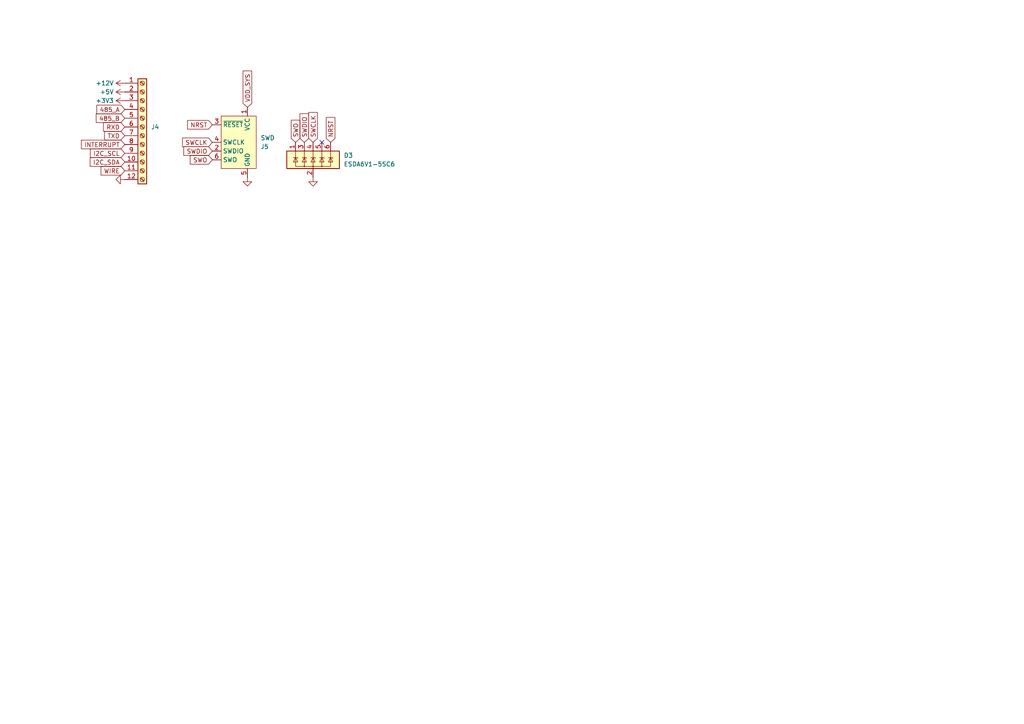
<source format=kicad_sch>
(kicad_sch (version 20230121) (generator eeschema)
  (paper "A4")
  (title_block (title "NPK SENSOR BOARD") (date "2023-07-30") (rev "V1a") (company "SENSEA LABS"))
  (lib_symbols
    (symbol "Connector:Conn_ARM_SWD_TagConnect_TC2030" (in_bom no)
      (property "Reference" "J" (at 2.54 11.43 0))
      (property "Value" "Conn_ARM_SWD_TagConnect_TC2030" (at 5.08 8.89 0))
      (symbol "Conn_ARM_SWD_TagConnect_TC2030_0_0"
        (pin power_in line (at -2.54 10.16 270) (length 2.54) (name "VCC") (number "1"))
        (pin bidirectional line (at 7.62 -2.54 180) (length 2.54) (name "SWDIO") (number "2"))
        (pin open_collector line (at 7.62 5.08 180) (length 2.54) (name "~{RESET}") (number "3"))
        (pin output line (at 7.62 0 180) (length 2.54) (name "SWCLK") (number "4"))
        (pin power_in line (at -2.54 -10.16 90) (length 2.54) (name "GND") (number "5"))
        (pin input line (at 7.62 -5.08 180) (length 2.54) (name "SWO") (number "6"))
      )
      (symbol "Conn_ARM_SWD_TagConnect_TC2030_0_1"
        (rectangle (start -5.08 7.62) (end 5.08 -7.62) (fill (type background)))
      )
    )
    (symbol "Connector:Screw_Terminal_01x12" (pin_names (offset 1.016) hide)
      (property "Reference" "J" (at 0 15.24 0))
      (property "Value" "Screw_Terminal_01x12" (at 0 -17.78 0))
      (symbol "Screw_Terminal_01x12_1_1"
        (rectangle (start -1.27 13.97) (end 1.27 -16.51) (stroke (width 0.254)) (fill (type background)))
        (circle (center 0 -15.24) (radius 0.635) (stroke (width 0.1524)))
        (circle (center 0 -12.7) (radius 0.635) (stroke (width 0.1524)))
        (circle (center 0 -10.16) (radius 0.635) (stroke (width 0.1524)))
        (circle (center 0 -7.62) (radius 0.635) (stroke (width 0.1524)))
        (circle (center 0 -5.08) (radius 0.635) (stroke (width 0.1524)))
        (circle (center 0 -2.54) (radius 0.635) (stroke (width 0.1524)))
        (polyline (pts (xy -0.5334 -14.9098) (xy 0.3302 -15.748)) (stroke (width 0.1524)))
        (polyline (pts (xy -0.5334 -12.3698) (xy 0.3302 -13.208)) (stroke (width 0.1524)))
        (polyline (pts (xy -0.5334 -9.8298) (xy 0.3302 -10.668)) (stroke (width 0.1524)))
        (polyline (pts (xy -0.5334 -7.2898) (xy 0.3302 -8.128)) (stroke (width 0.1524)))
        (polyline (pts (xy -0.5334 -4.7498) (xy 0.3302 -5.588)) (stroke (width 0.1524)))
        (polyline (pts (xy -0.5334 -2.2098) (xy 0.3302 -3.048)) (stroke (width 0.1524)))
        (polyline (pts (xy -0.5334 0.3302) (xy 0.3302 -0.508)) (stroke (width 0.1524)))
        (polyline (pts (xy -0.5334 2.8702) (xy 0.3302 2.032)) (stroke (width 0.1524)))
        (polyline (pts (xy -0.5334 5.4102) (xy 0.3302 4.572)) (stroke (width 0.1524)))
        (polyline (pts (xy -0.5334 7.9502) (xy 0.3302 7.112)) (stroke (width 0.1524)))
        (polyline (pts (xy -0.5334 10.4902) (xy 0.3302 9.652)) (stroke (width 0.1524)))
        (polyline (pts (xy -0.5334 13.0302) (xy 0.3302 12.192)) (stroke (width 0.1524)))
        (polyline (pts (xy -0.3556 -14.732) (xy 0.508 -15.5702)) (stroke (width 0.1524)))
        (polyline (pts (xy -0.3556 -12.192) (xy 0.508 -13.0302)) (stroke (width 0.1524)))
        (polyline (pts (xy -0.3556 -9.652) (xy 0.508 -10.4902)) (stroke (width 0.1524)))
        (polyline (pts (xy -0.3556 -7.112) (xy 0.508 -7.9502)) (stroke (width 0.1524)))
        (polyline (pts (xy -0.3556 -4.572) (xy 0.508 -5.4102)) (stroke (width 0.1524)))
        (polyline (pts (xy -0.3556 -2.032) (xy 0.508 -2.8702)) (stroke (width 0.1524)))
        (polyline (pts (xy -0.3556 0.508) (xy 0.508 -0.3302)) (stroke (width 0.1524)))
        (polyline (pts (xy -0.3556 3.048) (xy 0.508 2.2098)) (stroke (width 0.1524)))
        (polyline (pts (xy -0.3556 5.588) (xy 0.508 4.7498)) (stroke (width 0.1524)))
        (polyline (pts (xy -0.3556 8.128) (xy 0.508 7.2898)) (stroke (width 0.1524)))
        (polyline (pts (xy -0.3556 10.668) (xy 0.508 9.8298)) (stroke (width 0.1524)))
        (polyline (pts (xy -0.3556 13.208) (xy 0.508 12.3698)) (stroke (width 0.1524)))
        (circle (center 0 0) (radius 0.635) (stroke (width 0.1524)))
        (circle (center 0 2.54) (radius 0.635) (stroke (width 0.1524)))
        (circle (center 0 5.08) (radius 0.635) (stroke (width 0.1524)))
        (circle (center 0 7.62) (radius 0.635) (stroke (width 0.1524)))
        (circle (center 0 10.16) (radius 0.635) (stroke (width 0.1524)))
        (circle (center 0 12.7) (radius 0.635) (stroke (width 0.1524)))
        (pin passive line (at -5.08 12.7 0) (length 3.81) (name "Pin_1") (number "1"))
        (pin passive line (at -5.08 -10.16 0) (length 3.81) (name "Pin_10") (number "10"))
        (pin passive line (at -5.08 -12.7 0) (length 3.81) (name "Pin_11") (number "11"))
        (pin passive line (at -5.08 -15.24 0) (length 3.81) (name "Pin_12") (number "12"))
        (pin passive line (at -5.08 10.16 0) (length 3.81) (name "Pin_2") (number "2"))
        (pin passive line (at -5.08 7.62 0) (length 3.81) (name "Pin_3") (number "3"))
        (pin passive line (at -5.08 5.08 0) (length 3.81) (name "Pin_4") (number "4"))
        (pin passive line (at -5.08 2.54 0) (length 3.81) (name "Pin_5") (number "5"))
        (pin passive line (at -5.08 0 0) (length 3.81) (name "Pin_6") (number "6"))
        (pin passive line (at -5.08 -2.54 0) (length 3.81) (name "Pin_7") (number "7"))
        (pin passive line (at -5.08 -5.08 0) (length 3.81) (name "Pin_8") (number "8"))
        (pin passive line (at -5.08 -7.62 0) (length 3.81) (name "Pin_9") (number "9"))
      )
    )
    (symbol "Power_Protection:ESDA6V1-5SC6" (pin_names hide)
      (property "Reference" "D" (at -5.08 -3.81 0))
      (property "Value" "ESDA6V1-5SC6" (at 2.54 -3.81 0))
      (symbol "ESDA6V1-5SC6_0_0"
        (pin passive line (at 0 -5.08 90) (length 2.54) (name "GND") (number "2"))
      )
      (symbol "ESDA6V1-5SC6_0_1"
        (rectangle (start -7.62 2.54) (end 7.62 -2.54) (stroke (width 0.254)) (fill (type background)))
        (circle (center -2.54 -1.905) (radius 0.127))
        (circle (center 0 -1.905) (radius 0.127))
        (polyline (pts (xy -2.54 2.54) (xy -2.54 -1.905)))
        (polyline (pts (xy 0 2.54) (xy 0 -2.54)))
        (polyline (pts (xy 2.54 2.54) (xy 2.54 -1.905)))
        (polyline (pts (xy -5.715 0.635) (xy -4.445 0.635) (xy -4.445 0.381)))
        (polyline (pts (xy -3.175 0.635) (xy -1.905 0.635) (xy -1.905 0.381)))
        (polyline (pts (xy -0.635 0.635) (xy 0.635 0.635) (xy 0.635 0.381)))
        (polyline (pts (xy 1.905 0.635) (xy 3.175 0.635) (xy 3.175 0.381)))
        (polyline (pts (xy 4.445 0.635) (xy 5.715 0.635) (xy 5.715 0.381)))
        (polyline (pts (xy -5.715 -0.635) (xy -4.445 -0.635) (xy -5.08 0.635) (xy -5.715 -0.635)))
        (polyline (pts (xy -5.08 2.54) (xy -5.08 -1.905) (xy 5.08 -1.905) (xy 5.08 2.54)))
        (polyline (pts (xy -3.175 -0.635) (xy -1.905 -0.635) (xy -2.54 0.635) (xy -3.175 -0.635)))
        (polyline (pts (xy -0.635 -0.635) (xy 0.635 -0.635) (xy 0 0.635) (xy -0.635 -0.635)))
        (polyline (pts (xy 1.905 -0.635) (xy 3.175 -0.635) (xy 2.54 0.635) (xy 1.905 -0.635)))
        (polyline (pts (xy 4.445 -0.635) (xy 5.715 -0.635) (xy 5.08 0.635) (xy 4.445 -0.635)))
        (circle (center 2.54 -1.905) (radius 0.127))
      )
      (symbol "ESDA6V1-5SC6_1_1"
        (pin passive line (at -5.08 5.08 270) (length 2.54) (name "IO1") (number "1"))
        (pin passive line (at -2.54 5.08 270) (length 2.54) (name "IO2") (number "3"))
        (pin passive line (at 0 5.08 270) (length 2.54) (name "IO3") (number "4"))
        (pin passive line (at 2.54 5.08 270) (length 2.54) (name "IO4") (number "5"))
        (pin passive line (at 5.08 5.08 270) (length 2.54) (name "IO5") (number "6"))
      )
    )
    (symbol "power:+12V" (power) (pin_names (offset 0))
      (property "Value" "+12V" (at 0 3.556 0))
      (symbol "+12V_0_1"
        (polyline (pts (xy -0.762 1.27) (xy 0 2.54)))
        (polyline (pts (xy 0 0) (xy 0 2.54)))
        (polyline (pts (xy 0 2.54) (xy 0.762 1.27)))
      )
      (symbol "+12V_1_1"
        (pin power_in line (at 0 0 90) (length 0) hide (name "+12V") (number "1"))
      )
    )
    (symbol "power:+3V3" (power) (pin_names (offset 0))
      (property "Value" "+3V3" (at 0 3.556 0))
      (symbol "+3V3_0_1"
        (polyline (pts (xy -0.762 1.27) (xy 0 2.54)))
        (polyline (pts (xy 0 0) (xy 0 2.54)))
        (polyline (pts (xy 0 2.54) (xy 0.762 1.27)))
      )
      (symbol "+3V3_1_1"
        (pin power_in line (at 0 0 90) (length 0) hide (name "+3V3") (number "1"))
      )
    )
    (symbol "power:+5V" (power) (pin_names (offset 0))
      (property "Value" "+5V" (at 0 3.556 0))
      (symbol "+5V_0_1"
        (polyline (pts (xy -0.762 1.27) (xy 0 2.54)))
        (polyline (pts (xy 0 0) (xy 0 2.54)))
        (polyline (pts (xy 0 2.54) (xy 0.762 1.27)))
      )
      (symbol "+5V_1_1"
        (pin power_in line (at 0 0 90) (length 0) hide (name "+5V") (number "1"))
      )
    )
    (symbol "power:GND" (power) (pin_names (offset 0))
      (property "Value" "GND" (at 0 -3.81 0))
      (symbol "GND_0_1"
        (polyline (pts (xy 0 0) (xy 0 -1.27) (xy 1.27 -1.27) (xy 0 -2.54) (xy -1.27 -1.27) (xy 0 -1.27)))
      )
      (symbol "GND_1_1"
        (pin power_in line (at 0 0 270) (length 0) hide (name "GND") (number "1"))
      )
    )
  )
  (no_connect (at 93.345 41.275))
  (global_label "SWCLK" (shape input) (at 61.595 41.275 180) (property "Intersheetrefs" "${INTERSHEET_REFS}" (effects hide)))
  (global_label "SWDIO" (shape input) (at 88.265 41.275 90) (property "Intersheetrefs" "${INTERSHEET_REFS}" (effects hide)))
  (global_label "WIRE" (shape input) (at 36.195 49.53 180) (property "Intersheetrefs" "${INTERSHEET_REFS}" (effects hide)))
  (global_label "SWO" (shape input) (at 61.595 46.355 180) (property "Intersheetrefs" "${INTERSHEET_REFS}" (effects hide)))
  (global_label "I2C_SCL" (shape input) (at 36.195 44.45 180) (property "Intersheetrefs" "${INTERSHEET_REFS}" (effects hide)))
  (global_label "RXD" (shape input) (at 36.195 36.83 180) (property "Intersheetrefs" "${INTERSHEET_REFS}" (effects hide)))
  (global_label "485_A" (shape input) (at 36.195 31.75 180) (property "Intersheetrefs" "${INTERSHEET_REFS}" (effects hide)))
  (global_label "NRST" (shape input) (at 95.885 41.275 90) (property "Intersheetrefs" "${INTERSHEET_REFS}" (effects hide)))
  (global_label "SWCLK" (shape input) (at 90.805 41.275 90) (property "Intersheetrefs" "${INTERSHEET_REFS}" (effects hide)))
  (global_label "485_B" (shape input) (at 36.195 34.29 180) (property "Intersheetrefs" "${INTERSHEET_REFS}" (effects hide)))
  (global_label "NRST" (shape input) (at 61.595 36.195 180) (property "Intersheetrefs" "${INTERSHEET_REFS}" (effects hide)))
  (global_label "VDD_SYS" (shape input) (at 71.755 31.115 90) (property "Intersheetrefs" "${INTERSHEET_REFS}" (effects hide)))
  (global_label "SWO" (shape input) (at 85.725 41.275 90) (property "Intersheetrefs" "${INTERSHEET_REFS}" (effects hide)))
  (global_label "TXD" (shape input) (at 36.195 39.37 180) (property "Intersheetrefs" "${INTERSHEET_REFS}" (effects hide)))
  (global_label "INTERRUPT" (shape input) (at 36.195 41.91 180) (property "Intersheetrefs" "${INTERSHEET_REFS}" (effects hide)))
  (global_label "I2C_SDA" (shape input) (at 36.195 46.99 180) (property "Intersheetrefs" "${INTERSHEET_REFS}" (effects hide)))
  (global_label "SWDIO" (shape input) (at 61.595 43.815 180) (property "Intersheetrefs" "${INTERSHEET_REFS}" (effects hide)))
  (symbol (lib_id "power:GND") (at 71.755 51.435 0) (mirror y) (unit 1)
    (property "Reference" "#PWR041" (effects hide))
    (property "Value" "GND" (effects hide))
    (instances (project "NPK_Board" (path "" (reference "#PWR041") (unit 1)) (path "" (reference "#PWR041") (unit 1))) (project "STLoRa_Carrier_Board" (path "" (reference "#PWR06") (unit 1))))
  )
  (symbol (lib_id "power:+3V3") (at 36.195 29.21 90) (unit 1)
    (property "Reference" "#PWR068" (effects hide))
    (property "Value" "+3V3" (at 33.02 29.21 90) (effects (justify left)))
  )
  (symbol (lib_id "Connector:Screw_Terminal_01x12") (at 41.275 36.83 0) (unit 1)
    (property "Reference" "J4" (at 43.815 36.83 0) (effects (justify left)))
    (property "Value" "Screw_Terminal_01x12" (effects hide))
  )
  (symbol (lib_id "power:+12V") (at 36.195 24.13 90) (unit 1)
    (property "Reference" "#PWR032" (effects hide))
    (property "Value" "+12V" (at 33.02 24.13 90) (effects (justify left)))
    (instances (project "NPK_Board" (path "" (reference "#PWR032") (unit 1)) (path "" (reference "#PWR033") (unit 1))))
  )
  (symbol (lib_id "power:GND") (at 90.805 51.435 0) (mirror y) (unit 1)
    (property "Reference" "#PWR041" (effects hide))
    (property "Value" "GND" (effects hide))
    (instances (project "NPK_Board" (path "" (reference "#PWR041") (unit 1)) (path "" (reference "#PWR070") (unit 1))) (project "STLoRa_Carrier_Board" (path "" (reference "#PWR06") (unit 1))))
  )
  (symbol (lib_id "power:+5V") (at 36.195 26.67 90) (unit 1)
    (property "Reference" "#PWR067" (effects hide))
    (property "Value" "+5V" (at 33.02 26.67 90) (effects (justify left)))
  )
  (symbol (lib_id "Connector:Conn_ARM_SWD_TagConnect_TC2030") (at 69.215 41.275 0) (mirror y) (unit 1) (in_bom no)
    (property "Reference" "J5" (at 75.565 42.545 0) (effects (justify right)))
    (property "Value" "SWD" (at 75.565 40.005 0) (effects (justify right)))
    (property "Footprint" "Connector:Tag-Connect_TC2030-IDC-FP_2x03_P1.27mm_Vertical" (effects hide))
    (property "Datasheet" "https://www.tag-connect.com/wp-content/uploads/bsk-pdf-manager/TC2030-CTX_1.pdf" (effects hide))
  )
  (symbol (lib_id "power:GND") (at 36.195 52.07 270) (mirror x) (unit 1)
    (property "Reference" "#PWR041" (effects hide))
    (property "Value" "GND" (effects hide))
    (instances (project "NPK_Board" (path "" (reference "#PWR041") (unit 1)) (path "" (reference "#PWR069") (unit 1))) (project "STLoRa_Carrier_Board" (path "" (reference "#PWR06") (unit 1))))
  )
  (symbol (lib_id "Power_Protection:ESDA6V1-5SC6") (at 90.805 46.355 0) (unit 1)
    (property "Reference" "D3" (at 99.695 45.085 0) (effects (justify left)))
    (property "Value" "ESDA6V1-5SC6" (at 99.695 47.625 0) (effects (justify left)))
    (property "Footprint" "Package_TO_SOT_SMD:SOT-23-6" (effects hide))
    (property "Datasheet" "www.st.com/resource/en/datasheet/esda6v1-5sc6.pdf" (effects hide))
  )
)
</source>
